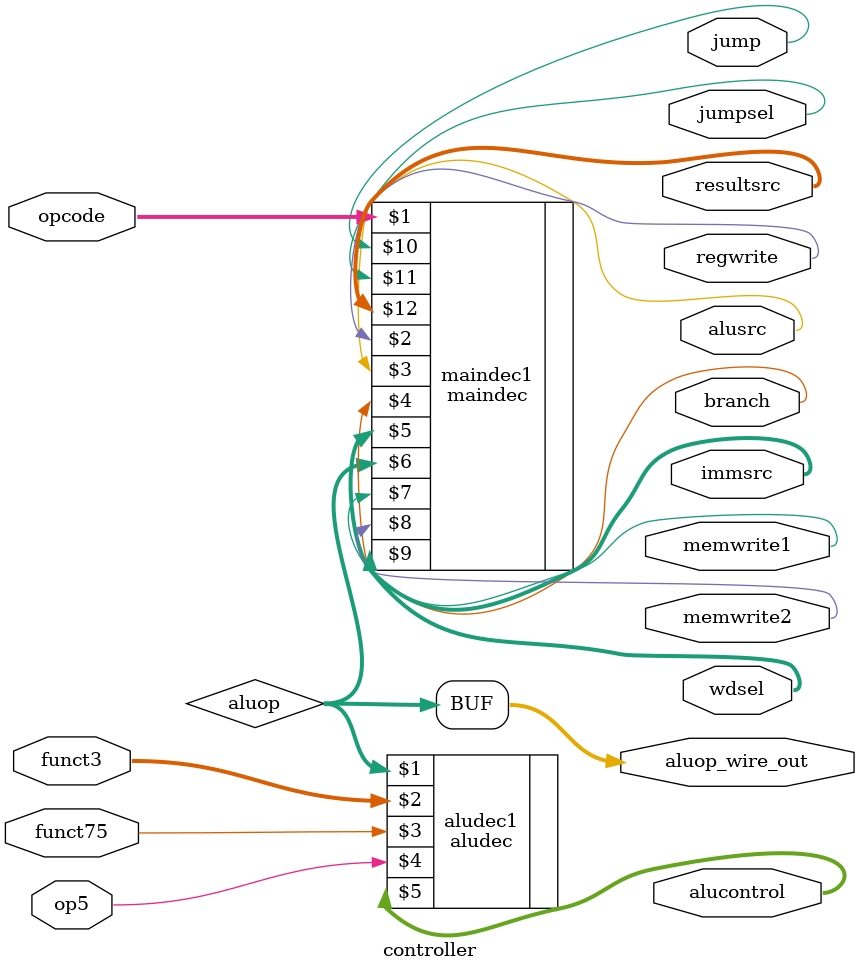
<source format=sv>
module controller(input wire [6:0] opcode,
						input wire [14:12] funct3,
						input wire funct75,
						input wire op5,
						output wire [3:0] alucontrol,
						output wire regwrite,alusrc,branch,memwrite1,memwrite2,
						output wire [1:0] wdsel,
						output wire jump,jumpsel,
						output wire [2:0] immsrc,
						output wire [1:0] resultsrc,
						output wire [1:0] aluop_wire_out);
						
	wire [1:0] aluop;

	aludec aludec1(aluop,funct3,funct75,op5,alucontrol);
	maindec maindec1(opcode,regwrite,alusrc,branch,immsrc,aluop,memwrite1,memwrite2,wdsel,jump,jumpsel,resultsrc);
	
	assign aluop_wire_out=aluop;
	
endmodule

</source>
